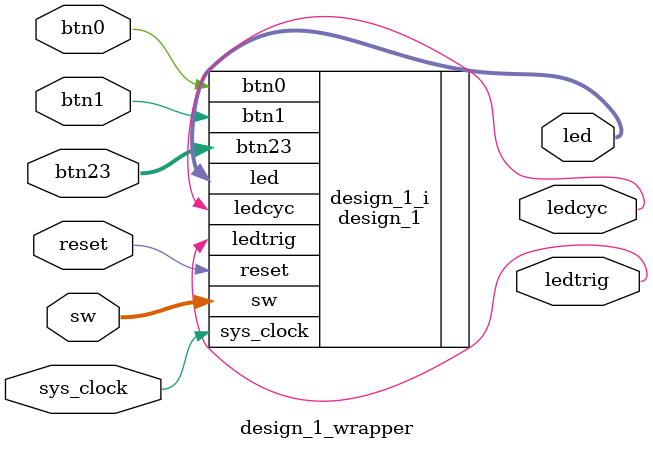
<source format=v>
`timescale 1 ps / 1 ps

module design_1_wrapper
   (btn0,
    btn1,
    btn23,
    led,
    ledcyc,
    ledtrig,
    reset,
    sw,
    sys_clock);
  input btn0;
  input btn1;
  input [1:0]btn23;
  output [7:0]led;
  output [0:0]ledcyc;
  output [0:0]ledtrig;
  input reset;
  input [3:0]sw;
  input sys_clock;

  wire btn0;
  wire btn1;
  wire [1:0]btn23;
  wire [7:0]led;
  wire [0:0]ledcyc;
  wire [0:0]ledtrig;
  wire reset;
  wire [3:0]sw;
  wire sys_clock;

  design_1 design_1_i
       (.btn0(btn0),
        .btn1(btn1),
        .btn23(btn23),
        .led(led),
        .ledcyc(ledcyc),
        .ledtrig(ledtrig),
        .reset(reset),
        .sw(sw),
        .sys_clock(sys_clock));
endmodule

</source>
